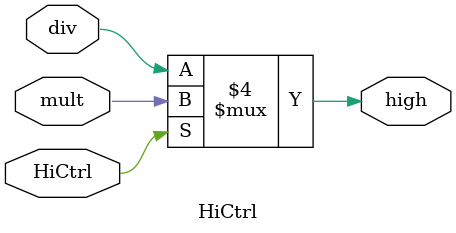
<source format=v>
module HiCtrl(input wire div,
	      input wire mult, 
	      input wire HiCtrl, 
              output reg high);
  
  always@(div or mult or HiCtrl)begin
      if (HiCtrl == 1'b0) begin
        high = div;
      end

      else begin
        high = mult;
      end
    end
      
endmodule
</source>
